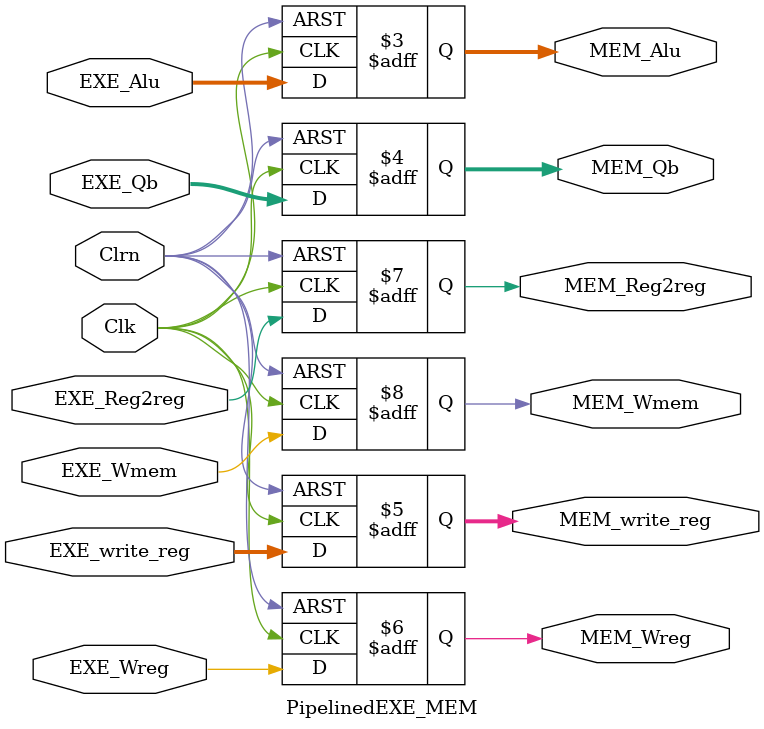
<source format=v>
`timescale 1ns / 1ps


module PipelinedEXE_MEM(EXE_Wreg,EXE_Reg2reg,EXE_Wmem,EXE_Alu,EXE_Qb,EXE_write_reg,Clk,Clrn,
                           MEM_Wreg,MEM_Reg2reg,MEM_Wmem,MEM_Alu,MEM_Qb,MEM_write_reg);
    input [31:0]EXE_Alu,EXE_Qb;
    input [4:0] EXE_write_reg;
    input       EXE_Wreg,EXE_Reg2reg,EXE_Wmem;
    input       Clk,Clrn;
    output [31:0]MEM_Alu,MEM_Qb;
    output [4:0]MEM_write_reg;
    output      MEM_Wreg,MEM_Reg2reg,MEM_Wmem;
    reg [31:0]MEM_Alu,MEM_Qb;
    reg [4:0] MEM_write_reg;
    reg       MEM_Wmem,MEM_Reg2reg,MEM_Wreg;
    always @(negedge Clrn or posedge Clk)
        if (Clrn == 0) //清零端为0时清零
            begin
            MEM_Wreg <= 0;
            MEM_Reg2reg <= 0;
            MEM_Wmem <= 0;
            MEM_Alu <= 0;
            MEM_Qb <= 0;
            MEM_write_reg <= 0;
            end
        else//清零端不为0时进行值的传递
            begin
            MEM_Wreg <= EXE_Wreg;
            MEM_Reg2reg <= EXE_Reg2reg;
            MEM_Wmem <= EXE_Wmem;
            MEM_Alu <= EXE_Alu;
            MEM_Qb <= EXE_Qb;
            MEM_write_reg <= EXE_write_reg;
            end
endmodule

</source>
